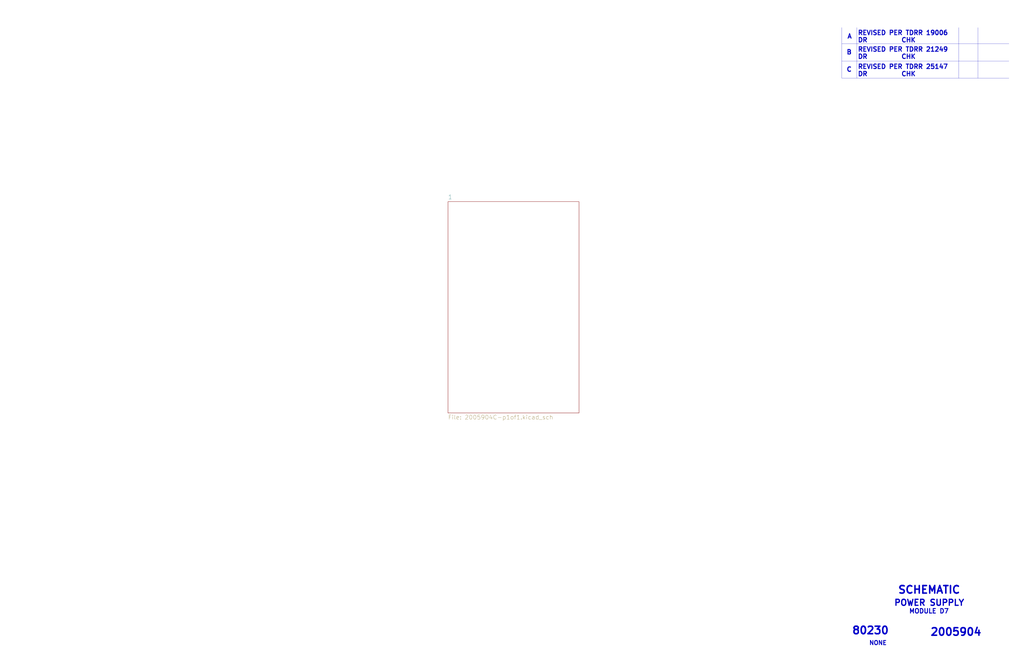
<source format=kicad_sch>
(kicad_sch (version 20211123) (generator eeschema)
  (paper "D")
  (lib_symbols)
  (polyline (pts (xy 808.5074 23.2664) (xy 808.5074 65.9638)) (stroke (width 0) (type solid)))
  (polyline (pts (xy 710.0062 51.4858) (xy 850.8746 51.4858)) (stroke (width 0) (type solid)))
  (polyline (pts (xy 824.7888 23.2918) (xy 824.7888 65.9638)) (stroke (width 0) (type solid)))
  (polyline (pts (xy 710.0062 65.9638) (xy 850.8746 65.9638)) (stroke (width 0) (type solid)))
  (polyline (pts (xy 850.9 37.0078) (xy 710.0062 37.0078)) (stroke (width 0) (type solid)))
  (polyline (pts (xy 710.0062 23.241) (xy 710.0062 65.9638)) (stroke (width 0) (type solid)))
  (polyline (pts (xy 722.7062 23.241) (xy 722.7062 65.9638)) (stroke (width 0) (type solid)))
  (text "B" (at 713.74 46.355 0) (effects (font (size 3.81 3.81) (thickness 0.762) bold) (justify left bottom)))
  (text "NONE" (at 732.79 544.83 0) (effects (font (size 3.556 3.556) (thickness 0.7112) bold) (justify left bottom)))
  (text "A" (at 714.375 33.02 0) (effects (font (size 3.81 3.81) (thickness 0.762) bold) (justify left bottom)))
  (text "2005904" (at 784.225 537.21 0) (effects (font (size 6.35 6.35) (thickness 1.27) bold) (justify left bottom)))
  (text "80230" (at 718.185 535.94 0) (effects (font (size 6.35 6.35) (thickness 1.27) bold) (justify left bottom)))
  (text "C" (at 713.74 60.96 0) (effects (font (size 3.81 3.81) (thickness 0.762) bold) (justify left bottom)))
  (text "POWER SUPPLY" (at 753.745 511.81 0) (effects (font (size 5.08 5.08) (thickness 1.016) bold) (justify left bottom)))
  (text "REVISED PER TDRR 19006\nDR          CHK" (at 723.265 36.195 0) (effects (font (size 3.81 3.81) (thickness 0.762) bold) (justify left bottom)))
  (text "REVISED PER TDRR 21249\nDR          CHK" (at 723.265 50.165 0) (effects (font (size 3.81 3.81) (thickness 0.762) bold) (justify left bottom)))
  (text "SCHEMATIC" (at 756.92 501.65 0) (effects (font (size 6.35 6.35) (thickness 1.27) bold) (justify left bottom)))
  (text "REVISED PER TDRR 25147\nDR          CHK" (at 723.265 64.77 0) (effects (font (size 3.81 3.81) (thickness 0.762) bold) (justify left bottom)))
  (text "MODULE D7" (at 766.445 518.16 0) (effects (font (size 3.81 3.81) (thickness 0.762) bold) (justify left bottom)))
  (sheet (at 377.825 170.18) (size 110.49 178.435)
    (property "Sheet name" "1" (at 377.825 168.3254 0) (effects (font (size 3.556 3.556)) (justify left bottom)))
    (property "Sheet file" "2005904C-p1of1.kicad_sch" (at 377.825 350.114 0) (effects (font (size 3.556 3.556)) (justify left top)))
  )
)
</source>
